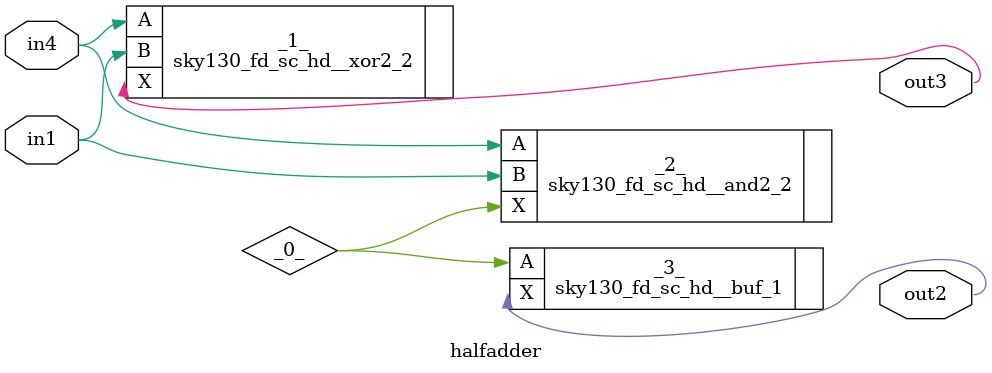
<source format=v>
/* Generated by Yosys 0.38 (git sha1 543faed9c8c, clang++ 17.0.6 -fPIC -Os) */

module halfadder(in1, in4, out2, out3);
  wire _0_;
  input in1;
  wire in1;
  input in4;
  wire in4;
  output out2;
  wire out2;
  output out3;
  wire out3;
  sky130_fd_sc_hd__xor2_2 _1_ (
    .A(in4),
    .B(in1),
    .X(out3)
  );
  sky130_fd_sc_hd__and2_2 _2_ (
    .A(in4),
    .B(in1),
    .X(_0_)
  );
  sky130_fd_sc_hd__buf_1 _3_ (
    .A(_0_),
    .X(out2)
  );
endmodule

</source>
